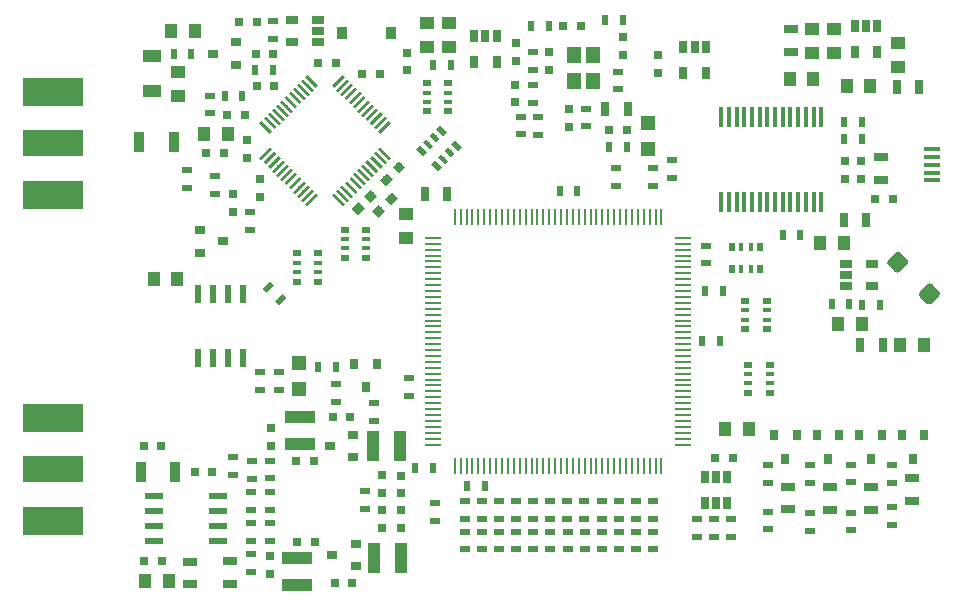
<source format=gbr>
G04 #@! TF.GenerationSoftware,KiCad,Pcbnew,(2018-01-18 revision 08b15a699)-makepkg*
G04 #@! TF.CreationDate,2018-01-23T16:45:18-05:00*
G04 #@! TF.ProjectId,osa103k,6F73613130336B2E6B696361645F7063,rev?*
G04 #@! TF.SameCoordinates,Original*
G04 #@! TF.FileFunction,Paste,Top*
G04 #@! TF.FilePolarity,Positive*
%FSLAX46Y46*%
G04 Gerber Fmt 4.6, Leading zero omitted, Abs format (unit mm)*
G04 Created by KiCad (PCBNEW (2018-01-18 revision 08b15a699)-makepkg) date 01/23/18 16:45:18*
%MOMM*%
%LPD*%
G01*
G04 APERTURE LIST*
%ADD10R,0.500000X0.900000*%
%ADD11C,0.500000*%
%ADD12C,0.100000*%
%ADD13R,0.750000X0.800000*%
%ADD14R,1.150000X1.400000*%
%ADD15R,1.450000X0.250000*%
%ADD16R,0.250000X1.450000*%
%ADD17R,0.600000X1.550000*%
%ADD18R,1.550000X0.600000*%
%ADD19R,1.000000X1.250000*%
%ADD20R,0.800000X0.900000*%
%ADD21R,1.250000X1.000000*%
%ADD22R,1.600000X1.000000*%
%ADD23R,0.800000X0.750000*%
%ADD24R,0.850000X1.000000*%
%ADD25C,0.750000*%
%ADD26R,0.900000X0.800000*%
%ADD27R,1.200000X1.200000*%
%ADD28R,5.080000X2.420000*%
%ADD29R,5.080000X2.290000*%
%ADD30R,1.350000X0.400000*%
%ADD31R,2.540000X1.021080*%
%ADD32R,1.021080X2.540000*%
%ADD33R,0.700000X1.300000*%
%ADD34R,1.300000X0.700000*%
%ADD35C,1.400000*%
%ADD36R,0.900000X1.700000*%
%ADD37R,0.900000X0.500000*%
%ADD38R,0.800000X0.500000*%
%ADD39R,0.800000X0.400000*%
%ADD40C,0.400000*%
%ADD41R,0.500000X0.800000*%
%ADD42R,0.400000X0.800000*%
%ADD43C,0.250000*%
%ADD44R,1.060000X0.650000*%
%ADD45R,0.650000X1.060000*%
%ADD46R,0.450000X1.750000*%
G04 APERTURE END LIST*
D10*
X126850000Y-52680000D03*
X125350000Y-52680000D03*
X101270000Y-58500000D03*
X102770000Y-58500000D03*
D11*
X77680330Y-67730330D03*
D12*
G36*
X78175305Y-67588909D02*
X77538909Y-68225305D01*
X77185355Y-67871751D01*
X77821751Y-67235355D01*
X78175305Y-67588909D01*
X78175305Y-67588909D01*
G37*
D11*
X76619670Y-66669670D03*
D12*
G36*
X77114645Y-66528249D02*
X76478249Y-67164645D01*
X76124695Y-66811091D01*
X76761091Y-66174695D01*
X77114645Y-66528249D01*
X77114645Y-66528249D01*
G37*
D13*
X109650000Y-47050000D03*
X109650000Y-48550000D03*
D14*
X102475000Y-49200000D03*
X102475000Y-47000000D03*
X104075000Y-47000000D03*
X104075000Y-49200000D03*
D15*
X90600000Y-80000000D03*
X90600000Y-79500000D03*
X90600000Y-79000000D03*
X90600000Y-78500000D03*
X90600000Y-78000000D03*
X90600000Y-77500000D03*
X90600000Y-77000000D03*
X90600000Y-76500000D03*
X90600000Y-76000000D03*
X90600000Y-75500000D03*
X90600000Y-75000000D03*
X90600000Y-74500000D03*
X90600000Y-74000000D03*
X90600000Y-73500000D03*
X90600000Y-73000000D03*
X90600000Y-72500000D03*
X90600000Y-72000000D03*
X90600000Y-71500000D03*
X90600000Y-71000000D03*
X90600000Y-70500000D03*
X90600000Y-70000000D03*
X90600000Y-69500000D03*
X90600000Y-69000000D03*
X90600000Y-68500000D03*
X90600000Y-68000000D03*
X90600000Y-67500000D03*
X90600000Y-67000000D03*
X90600000Y-66500000D03*
X90600000Y-66000000D03*
X90600000Y-65500000D03*
X90600000Y-65000000D03*
X90600000Y-64500000D03*
X90600000Y-64000000D03*
X90600000Y-63500000D03*
X90600000Y-63000000D03*
X90600000Y-62500000D03*
D16*
X92400000Y-60700000D03*
X92900000Y-60700000D03*
X93400000Y-60700000D03*
X93900000Y-60700000D03*
X94400000Y-60700000D03*
X94900000Y-60700000D03*
X95400000Y-60700000D03*
X95900000Y-60700000D03*
X96400000Y-60700000D03*
X96900000Y-60700000D03*
X97400000Y-60700000D03*
X97900000Y-60700000D03*
X98400000Y-60700000D03*
X98900000Y-60700000D03*
X99400000Y-60700000D03*
X99900000Y-60700000D03*
X100400000Y-60700000D03*
X100900000Y-60700000D03*
X101400000Y-60700000D03*
X101900000Y-60700000D03*
X102400000Y-60700000D03*
X102900000Y-60700000D03*
X103400000Y-60700000D03*
X103900000Y-60700000D03*
X104400000Y-60700000D03*
X104900000Y-60700000D03*
X105400000Y-60700000D03*
X105900000Y-60700000D03*
X106400000Y-60700000D03*
X106900000Y-60700000D03*
X107400000Y-60700000D03*
X107900000Y-60700000D03*
X108400000Y-60700000D03*
X108900000Y-60700000D03*
X109400000Y-60700000D03*
X109900000Y-60700000D03*
D15*
X111700000Y-62500000D03*
X111700000Y-63000000D03*
X111700000Y-63500000D03*
X111700000Y-64000000D03*
X111700000Y-64500000D03*
X111700000Y-65000000D03*
X111700000Y-65500000D03*
X111700000Y-66000000D03*
X111700000Y-66500000D03*
X111700000Y-67000000D03*
X111700000Y-67500000D03*
X111700000Y-68000000D03*
X111700000Y-68500000D03*
X111700000Y-69000000D03*
X111700000Y-69500000D03*
X111700000Y-70000000D03*
X111700000Y-70500000D03*
X111700000Y-71000000D03*
X111700000Y-71500000D03*
X111700000Y-72000000D03*
X111700000Y-72500000D03*
X111700000Y-73000000D03*
X111700000Y-73500000D03*
X111700000Y-74000000D03*
X111700000Y-74500000D03*
X111700000Y-75000000D03*
X111700000Y-75500000D03*
X111700000Y-76000000D03*
X111700000Y-76500000D03*
X111700000Y-77000000D03*
X111700000Y-77500000D03*
X111700000Y-78000000D03*
X111700000Y-78500000D03*
X111700000Y-79000000D03*
X111700000Y-79500000D03*
X111700000Y-80000000D03*
D16*
X109900000Y-81800000D03*
X109400000Y-81800000D03*
X108900000Y-81800000D03*
X108400000Y-81800000D03*
X107900000Y-81800000D03*
X107400000Y-81800000D03*
X106900000Y-81800000D03*
X106400000Y-81800000D03*
X105900000Y-81800000D03*
X105400000Y-81800000D03*
X104900000Y-81800000D03*
X104400000Y-81800000D03*
X103900000Y-81800000D03*
X103400000Y-81800000D03*
X102900000Y-81800000D03*
X102400000Y-81800000D03*
X101900000Y-81800000D03*
X101400000Y-81800000D03*
X100900000Y-81800000D03*
X100400000Y-81800000D03*
X99900000Y-81800000D03*
X99400000Y-81800000D03*
X98900000Y-81800000D03*
X98400000Y-81800000D03*
X97900000Y-81800000D03*
X97400000Y-81800000D03*
X96900000Y-81800000D03*
X96400000Y-81800000D03*
X95900000Y-81800000D03*
X95400000Y-81800000D03*
X94900000Y-81800000D03*
X94400000Y-81800000D03*
X93900000Y-81800000D03*
X93400000Y-81800000D03*
X92900000Y-81800000D03*
X92400000Y-81800000D03*
D17*
X70645000Y-67260000D03*
X71915000Y-67260000D03*
X73185000Y-67260000D03*
X74455000Y-67260000D03*
X74455000Y-72660000D03*
X73185000Y-72660000D03*
X71915000Y-72660000D03*
X70645000Y-72660000D03*
D18*
X66950000Y-88205000D03*
X66950000Y-86935000D03*
X66950000Y-85665000D03*
X66950000Y-84395000D03*
X72350000Y-84395000D03*
X72350000Y-85665000D03*
X72350000Y-86935000D03*
X72350000Y-88205000D03*
D19*
X117300000Y-78670000D03*
X115300000Y-78670000D03*
D20*
X85800000Y-73150000D03*
X83900000Y-73150000D03*
X84850000Y-75150000D03*
D21*
X69000000Y-50500000D03*
X69000000Y-48500000D03*
D22*
X66800000Y-50100000D03*
X66800000Y-47100000D03*
D23*
X72850000Y-55300000D03*
X71350000Y-55300000D03*
D19*
X73190000Y-53720000D03*
X71190000Y-53720000D03*
D23*
X66070000Y-80110000D03*
X67570000Y-80110000D03*
D19*
X66900000Y-65950000D03*
X68900000Y-65950000D03*
D23*
X73125000Y-52100000D03*
X74625000Y-52100000D03*
X75625000Y-49675000D03*
X77125000Y-49675000D03*
X77040000Y-46900000D03*
X75540000Y-46900000D03*
X66100000Y-89850000D03*
X67600000Y-89850000D03*
X71870000Y-82296000D03*
X70370000Y-82296000D03*
D13*
X88325000Y-48325000D03*
X88325000Y-46825000D03*
X73650000Y-60330000D03*
X73650000Y-58830000D03*
D24*
X82815000Y-45190000D03*
X86965000Y-45190000D03*
D23*
X82050000Y-77700000D03*
X83550000Y-77700000D03*
X83740000Y-91740000D03*
X82240000Y-91740000D03*
X80470000Y-81370000D03*
X78970000Y-81370000D03*
X79070000Y-88270000D03*
X80570000Y-88270000D03*
D21*
X88300000Y-62500000D03*
X88300000Y-60500000D03*
D25*
X85969670Y-60230330D03*
D12*
G36*
X85987348Y-59682322D02*
X86517678Y-60212652D01*
X85951992Y-60778338D01*
X85421662Y-60248008D01*
X85987348Y-59682322D01*
X85987348Y-59682322D01*
G37*
D25*
X87030330Y-59169670D03*
D12*
G36*
X87048008Y-58621662D02*
X87578338Y-59151992D01*
X87012652Y-59717678D01*
X86482322Y-59187348D01*
X87048008Y-58621662D01*
X87048008Y-58621662D01*
G37*
D23*
X84560000Y-48590000D03*
X86060000Y-48590000D03*
D13*
X76800000Y-80125000D03*
X76800000Y-78625000D03*
X76740000Y-89430000D03*
X76740000Y-90930000D03*
D23*
X82350000Y-47700000D03*
X80850000Y-47700000D03*
D25*
X84219670Y-60030330D03*
D12*
G36*
X84201992Y-60578338D02*
X83671662Y-60048008D01*
X84237348Y-59482322D01*
X84767678Y-60012652D01*
X84201992Y-60578338D01*
X84201992Y-60578338D01*
G37*
D25*
X85280330Y-58969670D03*
D12*
G36*
X85262652Y-59517678D02*
X84732322Y-58987348D01*
X85298008Y-58421662D01*
X85828338Y-58951992D01*
X85262652Y-59517678D01*
X85262652Y-59517678D01*
G37*
D13*
X74800000Y-55750000D03*
X74800000Y-54250000D03*
D25*
X86619670Y-57580330D03*
D12*
G36*
X86601992Y-58128338D02*
X86071662Y-57598008D01*
X86637348Y-57032322D01*
X87167678Y-57562652D01*
X86601992Y-58128338D01*
X86601992Y-58128338D01*
G37*
D25*
X87680330Y-56519670D03*
D12*
G36*
X87662652Y-57067678D02*
X87132322Y-56537348D01*
X87698008Y-55971662D01*
X88228338Y-56501992D01*
X87662652Y-57067678D01*
X87662652Y-57067678D01*
G37*
D19*
X68400000Y-45000000D03*
X70400000Y-45000000D03*
D13*
X86200000Y-84120000D03*
X86200000Y-82620000D03*
X86210000Y-85550000D03*
X86210000Y-87050000D03*
X75900000Y-59050000D03*
X75900000Y-57550000D03*
X87840000Y-84140000D03*
X87840000Y-82640000D03*
X87840000Y-87050000D03*
X87840000Y-85550000D03*
D21*
X91875000Y-44325000D03*
X91875000Y-46325000D03*
X90075000Y-44325000D03*
X90075000Y-46325000D03*
D13*
X102110000Y-53100000D03*
X102110000Y-51600000D03*
X97610000Y-45990000D03*
X97610000Y-47490000D03*
X100390000Y-46760000D03*
X100390000Y-48260000D03*
D23*
X103080000Y-44550000D03*
X101580000Y-44550000D03*
D13*
X97510000Y-49540000D03*
X97510000Y-51040000D03*
D23*
X107000000Y-53400000D03*
X105500000Y-53400000D03*
D19*
X130100000Y-71570000D03*
X132100000Y-71570000D03*
X127590000Y-49650000D03*
X125590000Y-49650000D03*
D21*
X129930000Y-46000000D03*
X129930000Y-48000000D03*
X122680000Y-44840000D03*
X122680000Y-46840000D03*
D19*
X124870000Y-69770000D03*
X126870000Y-69770000D03*
D21*
X124490000Y-44840000D03*
X124490000Y-46840000D03*
D23*
X114450000Y-81150000D03*
X115950000Y-81150000D03*
D19*
X122760000Y-49010000D03*
X120760000Y-49010000D03*
X125320000Y-62910000D03*
X123320000Y-62910000D03*
D13*
X106670000Y-47000000D03*
X106670000Y-45500000D03*
D19*
X68175000Y-91525000D03*
X66175000Y-91525000D03*
D13*
X125425000Y-56025000D03*
X125425000Y-57525000D03*
X126800000Y-56025000D03*
X126800000Y-57525000D03*
D23*
X129480000Y-59220000D03*
X127980000Y-59220000D03*
D26*
X71900000Y-46900000D03*
X73900000Y-45950000D03*
X73900000Y-47850000D03*
X72800000Y-62800000D03*
X70800000Y-63750000D03*
X70800000Y-61850000D03*
D27*
X108790000Y-54970000D03*
X108790000Y-52770000D03*
X79190000Y-73060000D03*
X79190000Y-75260000D03*
D20*
X131200000Y-81200000D03*
X130250000Y-79200000D03*
X132150000Y-79200000D03*
X128550000Y-79200000D03*
X126650000Y-79200000D03*
X127600000Y-81200000D03*
X124000000Y-81200000D03*
X123050000Y-79200000D03*
X124950000Y-79200000D03*
X120400000Y-81200000D03*
X119450000Y-79200000D03*
X121350000Y-79200000D03*
D28*
X58380000Y-58880000D03*
X58380000Y-50120000D03*
D29*
X58380000Y-54500000D03*
X58380000Y-82100000D03*
D28*
X58380000Y-77720000D03*
X58380000Y-86480000D03*
D30*
X132790000Y-55020000D03*
X132790000Y-55670000D03*
X132790000Y-56320000D03*
X132790000Y-56970000D03*
X132790000Y-57620000D03*
D31*
X79300000Y-79945540D03*
X79300000Y-77654460D03*
X79010000Y-89564460D03*
X79010000Y-91855540D03*
D32*
X87745540Y-80150000D03*
X85454460Y-80150000D03*
X85554460Y-89600000D03*
X87845540Y-89600000D03*
D33*
X91750000Y-58800000D03*
X89850000Y-58800000D03*
X105150000Y-51600000D03*
X107050000Y-51600000D03*
D34*
X73350000Y-91800000D03*
X73350000Y-89900000D03*
D33*
X129830000Y-49720000D03*
X131730000Y-49720000D03*
X128640000Y-71590000D03*
X126740000Y-71590000D03*
D12*
G36*
X132663164Y-66364858D02*
X132697140Y-66369898D01*
X132730458Y-66378244D01*
X132762797Y-66389815D01*
X132793847Y-66404501D01*
X132823308Y-66422159D01*
X132850896Y-66442619D01*
X132876345Y-66465686D01*
X133371320Y-66960661D01*
X133394387Y-66986110D01*
X133414847Y-67013698D01*
X133432505Y-67043159D01*
X133447191Y-67074209D01*
X133458762Y-67106548D01*
X133467108Y-67139866D01*
X133472148Y-67173842D01*
X133473833Y-67208148D01*
X133472148Y-67242454D01*
X133467108Y-67276430D01*
X133458762Y-67309748D01*
X133447191Y-67342087D01*
X133432505Y-67373137D01*
X133414847Y-67402598D01*
X133394387Y-67430186D01*
X133371320Y-67455635D01*
X132805635Y-68021320D01*
X132780186Y-68044387D01*
X132752598Y-68064847D01*
X132723137Y-68082505D01*
X132692087Y-68097191D01*
X132659748Y-68108762D01*
X132626430Y-68117108D01*
X132592454Y-68122148D01*
X132558148Y-68123833D01*
X132523842Y-68122148D01*
X132489866Y-68117108D01*
X132456548Y-68108762D01*
X132424209Y-68097191D01*
X132393159Y-68082505D01*
X132363698Y-68064847D01*
X132336110Y-68044387D01*
X132310661Y-68021320D01*
X131815686Y-67526345D01*
X131792619Y-67500896D01*
X131772159Y-67473308D01*
X131754501Y-67443847D01*
X131739815Y-67412797D01*
X131728244Y-67380458D01*
X131719898Y-67347140D01*
X131714858Y-67313164D01*
X131713173Y-67278858D01*
X131714858Y-67244552D01*
X131719898Y-67210576D01*
X131728244Y-67177258D01*
X131739815Y-67144919D01*
X131754501Y-67113869D01*
X131772159Y-67084408D01*
X131792619Y-67056820D01*
X131815686Y-67031371D01*
X132381371Y-66465686D01*
X132406820Y-66442619D01*
X132434408Y-66422159D01*
X132463869Y-66404501D01*
X132494919Y-66389815D01*
X132527258Y-66378244D01*
X132560576Y-66369898D01*
X132594552Y-66364858D01*
X132628858Y-66363173D01*
X132663164Y-66364858D01*
X132663164Y-66364858D01*
G37*
D35*
X132593503Y-67243503D03*
D12*
G36*
X129976158Y-63677852D02*
X130010134Y-63682892D01*
X130043452Y-63691238D01*
X130075791Y-63702809D01*
X130106841Y-63717495D01*
X130136302Y-63735153D01*
X130163890Y-63755613D01*
X130189339Y-63778680D01*
X130684314Y-64273655D01*
X130707381Y-64299104D01*
X130727841Y-64326692D01*
X130745499Y-64356153D01*
X130760185Y-64387203D01*
X130771756Y-64419542D01*
X130780102Y-64452860D01*
X130785142Y-64486836D01*
X130786827Y-64521142D01*
X130785142Y-64555448D01*
X130780102Y-64589424D01*
X130771756Y-64622742D01*
X130760185Y-64655081D01*
X130745499Y-64686131D01*
X130727841Y-64715592D01*
X130707381Y-64743180D01*
X130684314Y-64768629D01*
X130118629Y-65334314D01*
X130093180Y-65357381D01*
X130065592Y-65377841D01*
X130036131Y-65395499D01*
X130005081Y-65410185D01*
X129972742Y-65421756D01*
X129939424Y-65430102D01*
X129905448Y-65435142D01*
X129871142Y-65436827D01*
X129836836Y-65435142D01*
X129802860Y-65430102D01*
X129769542Y-65421756D01*
X129737203Y-65410185D01*
X129706153Y-65395499D01*
X129676692Y-65377841D01*
X129649104Y-65357381D01*
X129623655Y-65334314D01*
X129128680Y-64839339D01*
X129105613Y-64813890D01*
X129085153Y-64786302D01*
X129067495Y-64756841D01*
X129052809Y-64725791D01*
X129041238Y-64693452D01*
X129032892Y-64660134D01*
X129027852Y-64626158D01*
X129026167Y-64591852D01*
X129027852Y-64557546D01*
X129032892Y-64523570D01*
X129041238Y-64490252D01*
X129052809Y-64457913D01*
X129067495Y-64426863D01*
X129085153Y-64397402D01*
X129105613Y-64369814D01*
X129128680Y-64344365D01*
X129694365Y-63778680D01*
X129719814Y-63755613D01*
X129747402Y-63735153D01*
X129776863Y-63717495D01*
X129807913Y-63702809D01*
X129840252Y-63691238D01*
X129873570Y-63682892D01*
X129907546Y-63677852D01*
X129941852Y-63676167D01*
X129976158Y-63677852D01*
X129976158Y-63677852D01*
G37*
D35*
X129906497Y-64556497D03*
D34*
X120870000Y-46750000D03*
X120870000Y-44850000D03*
D33*
X125330000Y-60960000D03*
X127230000Y-60960000D03*
D34*
X69950000Y-91825000D03*
X69950000Y-89925000D03*
X128500000Y-55690000D03*
X128500000Y-57590000D03*
D26*
X83820000Y-81080000D03*
X83820000Y-79180000D03*
X81820000Y-80130000D03*
X84010000Y-90290000D03*
X84010000Y-88390000D03*
X82010000Y-89340000D03*
D36*
X65700000Y-54400000D03*
X68600000Y-54400000D03*
D37*
X69700000Y-58250000D03*
X69700000Y-56750000D03*
D10*
X70100000Y-46900000D03*
X68600000Y-46900000D03*
D36*
X65850000Y-82350000D03*
X68750000Y-82350000D03*
D37*
X71675000Y-51950000D03*
X71675000Y-50450000D03*
D10*
X74425000Y-50500000D03*
X72925000Y-50500000D03*
D37*
X72100000Y-57250000D03*
X72100000Y-58750000D03*
D10*
X75525000Y-48300000D03*
X77025000Y-48300000D03*
D37*
X75150000Y-85525000D03*
X75150000Y-84025000D03*
X75150000Y-89300000D03*
X75150000Y-90800000D03*
D10*
X90550000Y-47875000D03*
X92050000Y-47875000D03*
D37*
X75100000Y-60300000D03*
X75100000Y-61800000D03*
X73590000Y-82590000D03*
X73590000Y-81090000D03*
X75250000Y-81380000D03*
X75250000Y-82880000D03*
X76760000Y-85510000D03*
X76760000Y-84010000D03*
X75150000Y-86650000D03*
X75150000Y-88150000D03*
X84810000Y-83940000D03*
X84810000Y-85440000D03*
X82350000Y-74900000D03*
X82350000Y-76400000D03*
X85550000Y-78000000D03*
X85550000Y-76500000D03*
X75950000Y-73900000D03*
X75950000Y-75400000D03*
X76775000Y-82875000D03*
X76775000Y-81375000D03*
X76760000Y-88140000D03*
X76760000Y-86640000D03*
X77020000Y-44140000D03*
X77020000Y-45640000D03*
D23*
X74150000Y-44200000D03*
X75650000Y-44200000D03*
D10*
X94950000Y-83530000D03*
X93450000Y-83530000D03*
D37*
X90720000Y-84980000D03*
X90720000Y-86480000D03*
D10*
X89070000Y-81970000D03*
X90570000Y-81970000D03*
D37*
X109175000Y-87375000D03*
X109175000Y-88875000D03*
X107725000Y-88875000D03*
X107725000Y-87375000D03*
X106300000Y-87375000D03*
X106300000Y-88875000D03*
X104850000Y-87375000D03*
X104850000Y-88875000D03*
X103400000Y-88875000D03*
X103400000Y-87375000D03*
X101950000Y-87375000D03*
X101950000Y-88875000D03*
X100500000Y-88875000D03*
X100500000Y-87375000D03*
X99050000Y-87375000D03*
X99050000Y-88875000D03*
X97600000Y-88875000D03*
X97600000Y-87375000D03*
X96150000Y-87375000D03*
X96150000Y-88875000D03*
X94700000Y-88875000D03*
X94700000Y-87375000D03*
X93250000Y-88875000D03*
X93250000Y-87375000D03*
X106030000Y-56620000D03*
X106030000Y-58120000D03*
X109175000Y-84775000D03*
X109175000Y-86275000D03*
X107725000Y-86275000D03*
X107725000Y-84775000D03*
X106275000Y-86275000D03*
X106275000Y-84775000D03*
X104825000Y-86275000D03*
X104825000Y-84775000D03*
X103375000Y-84775000D03*
X103375000Y-86275000D03*
X101925000Y-84775000D03*
X101925000Y-86275000D03*
X100475000Y-84775000D03*
X100475000Y-86275000D03*
X99025000Y-84775000D03*
X99025000Y-86275000D03*
X97575000Y-86275000D03*
X97575000Y-84775000D03*
X96125000Y-86275000D03*
X96125000Y-84775000D03*
X94675000Y-86275000D03*
X94675000Y-84775000D03*
X93250000Y-84775000D03*
X93250000Y-86275000D03*
X103540000Y-53050000D03*
X103540000Y-51550000D03*
D10*
X82350000Y-73450000D03*
X80850000Y-73450000D03*
X106650000Y-44040000D03*
X105150000Y-44040000D03*
D37*
X88500000Y-75850000D03*
X88500000Y-74350000D03*
D10*
X100360000Y-44580000D03*
X98860000Y-44580000D03*
D37*
X99010000Y-48260000D03*
X99010000Y-46760000D03*
X99030000Y-49580000D03*
X99030000Y-51080000D03*
X99490000Y-53770000D03*
X99490000Y-52270000D03*
X98020000Y-53750000D03*
X98020000Y-52250000D03*
X109210000Y-58120000D03*
X109210000Y-56620000D03*
X106230000Y-49920000D03*
X106230000Y-48420000D03*
D10*
X106950000Y-54800000D03*
X105450000Y-54800000D03*
D37*
X110830000Y-55900000D03*
X110830000Y-57400000D03*
X77500000Y-75400000D03*
X77500000Y-73900000D03*
X113660000Y-63150000D03*
X113660000Y-64650000D03*
D10*
X128400000Y-68180000D03*
X126900000Y-68180000D03*
X124320000Y-68140000D03*
X125820000Y-68140000D03*
D37*
X115775000Y-86325000D03*
X115775000Y-87825000D03*
X112875000Y-86325000D03*
X112875000Y-87825000D03*
X114325000Y-87825000D03*
X114325000Y-86325000D03*
D10*
X121670000Y-62260000D03*
X120170000Y-62260000D03*
X113575000Y-67025000D03*
X115075000Y-67025000D03*
X113340000Y-71260000D03*
X114840000Y-71260000D03*
X125350000Y-54160000D03*
X126850000Y-54160000D03*
D37*
X129420000Y-81730000D03*
X129420000Y-83230000D03*
X125920000Y-81700000D03*
X125920000Y-83200000D03*
X122450000Y-81725000D03*
X122450000Y-83225000D03*
X118900000Y-81725000D03*
X118900000Y-83225000D03*
D34*
X131110000Y-84750000D03*
X131110000Y-82850000D03*
X127600000Y-83610000D03*
X127600000Y-85510000D03*
X124140000Y-85520000D03*
X124140000Y-83620000D03*
X120600000Y-83600000D03*
X120600000Y-85500000D03*
D37*
X129410000Y-86830000D03*
X129410000Y-85330000D03*
X125950000Y-87260000D03*
X125950000Y-85760000D03*
X122490000Y-85780000D03*
X122490000Y-87280000D03*
X118925000Y-87175000D03*
X118925000Y-85675000D03*
D38*
X91850000Y-51800000D03*
D39*
X91850000Y-51000000D03*
D38*
X91850000Y-49400000D03*
D39*
X91850000Y-50200000D03*
D38*
X90050000Y-51800000D03*
D39*
X90050000Y-50200000D03*
X90050000Y-51000000D03*
D38*
X90050000Y-49400000D03*
X79050000Y-63800000D03*
D39*
X79050000Y-65400000D03*
X79050000Y-64600000D03*
D38*
X79050000Y-66200000D03*
D39*
X80850000Y-64600000D03*
D38*
X80850000Y-63800000D03*
D39*
X80850000Y-65400000D03*
D38*
X80850000Y-66200000D03*
D11*
X90837868Y-56384924D03*
D12*
G36*
X90378249Y-56278858D02*
X90731802Y-55925305D01*
X91297487Y-56490990D01*
X90943934Y-56844543D01*
X90378249Y-56278858D01*
X90378249Y-56278858D01*
G37*
D40*
X91403553Y-55819239D03*
D12*
G36*
X90979289Y-55677818D02*
X91262132Y-55394975D01*
X91827817Y-55960660D01*
X91544974Y-56243503D01*
X90979289Y-55677818D01*
X90979289Y-55677818D01*
G37*
D11*
X92534924Y-54687868D03*
D12*
G36*
X92075305Y-54581802D02*
X92428858Y-54228249D01*
X92994543Y-54793934D01*
X92640990Y-55147487D01*
X92075305Y-54581802D01*
X92075305Y-54581802D01*
G37*
D40*
X91969239Y-55253553D03*
D12*
G36*
X91544975Y-55112132D02*
X91827818Y-54829289D01*
X92393503Y-55394974D01*
X92110660Y-55677817D01*
X91544975Y-55112132D01*
X91544975Y-55112132D01*
G37*
D11*
X89565076Y-55112132D03*
D12*
G36*
X89105457Y-55006066D02*
X89459010Y-54652513D01*
X90024695Y-55218198D01*
X89671142Y-55571751D01*
X89105457Y-55006066D01*
X89105457Y-55006066D01*
G37*
D40*
X90696447Y-53980761D03*
D12*
G36*
X90272183Y-53839340D02*
X90555026Y-53556497D01*
X91120711Y-54122182D01*
X90837868Y-54405025D01*
X90272183Y-53839340D01*
X90272183Y-53839340D01*
G37*
D40*
X90130761Y-54546447D03*
D12*
G36*
X89706497Y-54405026D02*
X89989340Y-54122183D01*
X90555025Y-54687868D01*
X90272182Y-54970711D01*
X89706497Y-54405026D01*
X89706497Y-54405026D01*
G37*
D11*
X91262132Y-53415076D03*
D12*
G36*
X90802513Y-53309010D02*
X91156066Y-52955457D01*
X91721751Y-53521142D01*
X91368198Y-53874695D01*
X90802513Y-53309010D01*
X90802513Y-53309010D01*
G37*
D38*
X84900000Y-64200000D03*
D39*
X84900000Y-63400000D03*
D38*
X84900000Y-61800000D03*
D39*
X84900000Y-62600000D03*
D38*
X83100000Y-64200000D03*
D39*
X83100000Y-62600000D03*
X83100000Y-63400000D03*
D38*
X83100000Y-61800000D03*
D41*
X115875000Y-65100000D03*
D42*
X116675000Y-65100000D03*
D41*
X118275000Y-65100000D03*
D42*
X117475000Y-65100000D03*
D41*
X115875000Y-63300000D03*
D42*
X117475000Y-63300000D03*
X116675000Y-63300000D03*
D41*
X118275000Y-63300000D03*
D38*
X118800000Y-70250000D03*
D39*
X118800000Y-68650000D03*
X118800000Y-69450000D03*
D38*
X118800000Y-67850000D03*
D39*
X117000000Y-69450000D03*
D38*
X117000000Y-70250000D03*
D39*
X117000000Y-68650000D03*
D38*
X117000000Y-67850000D03*
X119050000Y-75625000D03*
D39*
X119050000Y-74025000D03*
X119050000Y-74825000D03*
D38*
X119050000Y-73225000D03*
D39*
X117250000Y-74825000D03*
D38*
X117250000Y-75625000D03*
D39*
X117250000Y-74025000D03*
D38*
X117250000Y-73225000D03*
D43*
X82556371Y-49229542D03*
D12*
G36*
X82185140Y-49777550D02*
X82008363Y-49600773D01*
X82927602Y-48681534D01*
X83104379Y-48858311D01*
X82185140Y-49777550D01*
X82185140Y-49777550D01*
G37*
D43*
X82909924Y-49583095D03*
D12*
G36*
X82538693Y-50131103D02*
X82361916Y-49954326D01*
X83281155Y-49035087D01*
X83457932Y-49211864D01*
X82538693Y-50131103D01*
X82538693Y-50131103D01*
G37*
D43*
X83263478Y-49936649D03*
D12*
G36*
X82892247Y-50484657D02*
X82715470Y-50307880D01*
X83634709Y-49388641D01*
X83811486Y-49565418D01*
X82892247Y-50484657D01*
X82892247Y-50484657D01*
G37*
D43*
X83617031Y-50290202D03*
D12*
G36*
X83245800Y-50838210D02*
X83069023Y-50661433D01*
X83988262Y-49742194D01*
X84165039Y-49918971D01*
X83245800Y-50838210D01*
X83245800Y-50838210D01*
G37*
D43*
X83970584Y-50643755D03*
D12*
G36*
X83599353Y-51191763D02*
X83422576Y-51014986D01*
X84341815Y-50095747D01*
X84518592Y-50272524D01*
X83599353Y-51191763D01*
X83599353Y-51191763D01*
G37*
D43*
X84324138Y-50997309D03*
D12*
G36*
X83952907Y-51545317D02*
X83776130Y-51368540D01*
X84695369Y-50449301D01*
X84872146Y-50626078D01*
X83952907Y-51545317D01*
X83952907Y-51545317D01*
G37*
D43*
X84677691Y-51350862D03*
D12*
G36*
X84306460Y-51898870D02*
X84129683Y-51722093D01*
X85048922Y-50802854D01*
X85225699Y-50979631D01*
X84306460Y-51898870D01*
X84306460Y-51898870D01*
G37*
D43*
X85031245Y-51704416D03*
D12*
G36*
X84660014Y-52252424D02*
X84483237Y-52075647D01*
X85402476Y-51156408D01*
X85579253Y-51333185D01*
X84660014Y-52252424D01*
X84660014Y-52252424D01*
G37*
D43*
X85384798Y-52057969D03*
D12*
G36*
X85013567Y-52605977D02*
X84836790Y-52429200D01*
X85756029Y-51509961D01*
X85932806Y-51686738D01*
X85013567Y-52605977D01*
X85013567Y-52605977D01*
G37*
D43*
X85738351Y-52411522D03*
D12*
G36*
X85367120Y-52959530D02*
X85190343Y-52782753D01*
X86109582Y-51863514D01*
X86286359Y-52040291D01*
X85367120Y-52959530D01*
X85367120Y-52959530D01*
G37*
D43*
X86091905Y-52765076D03*
D12*
G36*
X85720674Y-53313084D02*
X85543897Y-53136307D01*
X86463136Y-52217068D01*
X86639913Y-52393845D01*
X85720674Y-53313084D01*
X85720674Y-53313084D01*
G37*
D43*
X86445458Y-53118629D03*
D12*
G36*
X86074227Y-53666637D02*
X85897450Y-53489860D01*
X86816689Y-52570621D01*
X86993466Y-52747398D01*
X86074227Y-53666637D01*
X86074227Y-53666637D01*
G37*
D43*
X86445458Y-55381371D03*
D12*
G36*
X85897450Y-55010140D02*
X86074227Y-54833363D01*
X86993466Y-55752602D01*
X86816689Y-55929379D01*
X85897450Y-55010140D01*
X85897450Y-55010140D01*
G37*
D43*
X86091905Y-55734924D03*
D12*
G36*
X85543897Y-55363693D02*
X85720674Y-55186916D01*
X86639913Y-56106155D01*
X86463136Y-56282932D01*
X85543897Y-55363693D01*
X85543897Y-55363693D01*
G37*
D43*
X85738351Y-56088478D03*
D12*
G36*
X85190343Y-55717247D02*
X85367120Y-55540470D01*
X86286359Y-56459709D01*
X86109582Y-56636486D01*
X85190343Y-55717247D01*
X85190343Y-55717247D01*
G37*
D43*
X85384798Y-56442031D03*
D12*
G36*
X84836790Y-56070800D02*
X85013567Y-55894023D01*
X85932806Y-56813262D01*
X85756029Y-56990039D01*
X84836790Y-56070800D01*
X84836790Y-56070800D01*
G37*
D43*
X85031245Y-56795584D03*
D12*
G36*
X84483237Y-56424353D02*
X84660014Y-56247576D01*
X85579253Y-57166815D01*
X85402476Y-57343592D01*
X84483237Y-56424353D01*
X84483237Y-56424353D01*
G37*
D43*
X84677691Y-57149138D03*
D12*
G36*
X84129683Y-56777907D02*
X84306460Y-56601130D01*
X85225699Y-57520369D01*
X85048922Y-57697146D01*
X84129683Y-56777907D01*
X84129683Y-56777907D01*
G37*
D43*
X84324138Y-57502691D03*
D12*
G36*
X83776130Y-57131460D02*
X83952907Y-56954683D01*
X84872146Y-57873922D01*
X84695369Y-58050699D01*
X83776130Y-57131460D01*
X83776130Y-57131460D01*
G37*
D43*
X83970584Y-57856245D03*
D12*
G36*
X83422576Y-57485014D02*
X83599353Y-57308237D01*
X84518592Y-58227476D01*
X84341815Y-58404253D01*
X83422576Y-57485014D01*
X83422576Y-57485014D01*
G37*
D43*
X83617031Y-58209798D03*
D12*
G36*
X83069023Y-57838567D02*
X83245800Y-57661790D01*
X84165039Y-58581029D01*
X83988262Y-58757806D01*
X83069023Y-57838567D01*
X83069023Y-57838567D01*
G37*
D43*
X83263478Y-58563351D03*
D12*
G36*
X82715470Y-58192120D02*
X82892247Y-58015343D01*
X83811486Y-58934582D01*
X83634709Y-59111359D01*
X82715470Y-58192120D01*
X82715470Y-58192120D01*
G37*
D43*
X82909924Y-58916905D03*
D12*
G36*
X82361916Y-58545674D02*
X82538693Y-58368897D01*
X83457932Y-59288136D01*
X83281155Y-59464913D01*
X82361916Y-58545674D01*
X82361916Y-58545674D01*
G37*
D43*
X82556371Y-59270458D03*
D12*
G36*
X82008363Y-58899227D02*
X82185140Y-58722450D01*
X83104379Y-59641689D01*
X82927602Y-59818466D01*
X82008363Y-58899227D01*
X82008363Y-58899227D01*
G37*
D43*
X80293629Y-59270458D03*
D12*
G36*
X79922398Y-59818466D02*
X79745621Y-59641689D01*
X80664860Y-58722450D01*
X80841637Y-58899227D01*
X79922398Y-59818466D01*
X79922398Y-59818466D01*
G37*
D43*
X79940076Y-58916905D03*
D12*
G36*
X79568845Y-59464913D02*
X79392068Y-59288136D01*
X80311307Y-58368897D01*
X80488084Y-58545674D01*
X79568845Y-59464913D01*
X79568845Y-59464913D01*
G37*
D43*
X79586522Y-58563351D03*
D12*
G36*
X79215291Y-59111359D02*
X79038514Y-58934582D01*
X79957753Y-58015343D01*
X80134530Y-58192120D01*
X79215291Y-59111359D01*
X79215291Y-59111359D01*
G37*
D43*
X79232969Y-58209798D03*
D12*
G36*
X78861738Y-58757806D02*
X78684961Y-58581029D01*
X79604200Y-57661790D01*
X79780977Y-57838567D01*
X78861738Y-58757806D01*
X78861738Y-58757806D01*
G37*
D43*
X78879416Y-57856245D03*
D12*
G36*
X78508185Y-58404253D02*
X78331408Y-58227476D01*
X79250647Y-57308237D01*
X79427424Y-57485014D01*
X78508185Y-58404253D01*
X78508185Y-58404253D01*
G37*
D43*
X78525862Y-57502691D03*
D12*
G36*
X78154631Y-58050699D02*
X77977854Y-57873922D01*
X78897093Y-56954683D01*
X79073870Y-57131460D01*
X78154631Y-58050699D01*
X78154631Y-58050699D01*
G37*
D43*
X78172309Y-57149138D03*
D12*
G36*
X77801078Y-57697146D02*
X77624301Y-57520369D01*
X78543540Y-56601130D01*
X78720317Y-56777907D01*
X77801078Y-57697146D01*
X77801078Y-57697146D01*
G37*
D43*
X77818755Y-56795584D03*
D12*
G36*
X77447524Y-57343592D02*
X77270747Y-57166815D01*
X78189986Y-56247576D01*
X78366763Y-56424353D01*
X77447524Y-57343592D01*
X77447524Y-57343592D01*
G37*
D43*
X77465202Y-56442031D03*
D12*
G36*
X77093971Y-56990039D02*
X76917194Y-56813262D01*
X77836433Y-55894023D01*
X78013210Y-56070800D01*
X77093971Y-56990039D01*
X77093971Y-56990039D01*
G37*
D43*
X77111649Y-56088478D03*
D12*
G36*
X76740418Y-56636486D02*
X76563641Y-56459709D01*
X77482880Y-55540470D01*
X77659657Y-55717247D01*
X76740418Y-56636486D01*
X76740418Y-56636486D01*
G37*
D43*
X76758095Y-55734924D03*
D12*
G36*
X76386864Y-56282932D02*
X76210087Y-56106155D01*
X77129326Y-55186916D01*
X77306103Y-55363693D01*
X76386864Y-56282932D01*
X76386864Y-56282932D01*
G37*
D43*
X76404542Y-55381371D03*
D12*
G36*
X76033311Y-55929379D02*
X75856534Y-55752602D01*
X76775773Y-54833363D01*
X76952550Y-55010140D01*
X76033311Y-55929379D01*
X76033311Y-55929379D01*
G37*
D43*
X76404542Y-53118629D03*
D12*
G36*
X75856534Y-52747398D02*
X76033311Y-52570621D01*
X76952550Y-53489860D01*
X76775773Y-53666637D01*
X75856534Y-52747398D01*
X75856534Y-52747398D01*
G37*
D43*
X76758095Y-52765076D03*
D12*
G36*
X76210087Y-52393845D02*
X76386864Y-52217068D01*
X77306103Y-53136307D01*
X77129326Y-53313084D01*
X76210087Y-52393845D01*
X76210087Y-52393845D01*
G37*
D43*
X77111649Y-52411522D03*
D12*
G36*
X76563641Y-52040291D02*
X76740418Y-51863514D01*
X77659657Y-52782753D01*
X77482880Y-52959530D01*
X76563641Y-52040291D01*
X76563641Y-52040291D01*
G37*
D43*
X77465202Y-52057969D03*
D12*
G36*
X76917194Y-51686738D02*
X77093971Y-51509961D01*
X78013210Y-52429200D01*
X77836433Y-52605977D01*
X76917194Y-51686738D01*
X76917194Y-51686738D01*
G37*
D43*
X77818755Y-51704416D03*
D12*
G36*
X77270747Y-51333185D02*
X77447524Y-51156408D01*
X78366763Y-52075647D01*
X78189986Y-52252424D01*
X77270747Y-51333185D01*
X77270747Y-51333185D01*
G37*
D43*
X78172309Y-51350862D03*
D12*
G36*
X77624301Y-50979631D02*
X77801078Y-50802854D01*
X78720317Y-51722093D01*
X78543540Y-51898870D01*
X77624301Y-50979631D01*
X77624301Y-50979631D01*
G37*
D43*
X78525862Y-50997309D03*
D12*
G36*
X77977854Y-50626078D02*
X78154631Y-50449301D01*
X79073870Y-51368540D01*
X78897093Y-51545317D01*
X77977854Y-50626078D01*
X77977854Y-50626078D01*
G37*
D43*
X78879416Y-50643755D03*
D12*
G36*
X78331408Y-50272524D02*
X78508185Y-50095747D01*
X79427424Y-51014986D01*
X79250647Y-51191763D01*
X78331408Y-50272524D01*
X78331408Y-50272524D01*
G37*
D43*
X79232969Y-50290202D03*
D12*
G36*
X78684961Y-49918971D02*
X78861738Y-49742194D01*
X79780977Y-50661433D01*
X79604200Y-50838210D01*
X78684961Y-49918971D01*
X78684961Y-49918971D01*
G37*
D43*
X79586522Y-49936649D03*
D12*
G36*
X79038514Y-49565418D02*
X79215291Y-49388641D01*
X80134530Y-50307880D01*
X79957753Y-50484657D01*
X79038514Y-49565418D01*
X79038514Y-49565418D01*
G37*
D43*
X79940076Y-49583095D03*
D12*
G36*
X79392068Y-49211864D02*
X79568845Y-49035087D01*
X80488084Y-49954326D01*
X80311307Y-50131103D01*
X79392068Y-49211864D01*
X79392068Y-49211864D01*
G37*
D43*
X80293629Y-49229542D03*
D12*
G36*
X79745621Y-48858311D02*
X79922398Y-48681534D01*
X80841637Y-49600773D01*
X80664860Y-49777550D01*
X79745621Y-48858311D01*
X79745621Y-48858311D01*
G37*
D44*
X80790000Y-45920000D03*
X80790000Y-44970000D03*
X80790000Y-44020000D03*
X78590000Y-44020000D03*
X78590000Y-45920000D03*
D45*
X95950000Y-47600000D03*
X94050000Y-47600000D03*
X94050000Y-45400000D03*
X95000000Y-45400000D03*
X95950000Y-45400000D03*
X114500000Y-84950000D03*
X115450000Y-84950000D03*
X113550000Y-84950000D03*
X113550000Y-82750000D03*
X114500000Y-82750000D03*
X115450000Y-82750000D03*
X128150000Y-46800000D03*
X126250000Y-46800000D03*
X126250000Y-44600000D03*
X127200000Y-44600000D03*
X128150000Y-44600000D03*
D44*
X127700000Y-64680000D03*
X127700000Y-66580000D03*
X125500000Y-66580000D03*
X125500000Y-65630000D03*
X125500000Y-64680000D03*
D45*
X113650000Y-46350000D03*
X112700000Y-46350000D03*
X111750000Y-46350000D03*
X111750000Y-48550000D03*
X113650000Y-48550000D03*
D46*
X114975000Y-52300000D03*
X115625000Y-52300000D03*
X116275000Y-52300000D03*
X116925000Y-52300000D03*
X117575000Y-52300000D03*
X118225000Y-52300000D03*
X118875000Y-52300000D03*
X119525000Y-52300000D03*
X120175000Y-52300000D03*
X120825000Y-52300000D03*
X121475000Y-52300000D03*
X122125000Y-52300000D03*
X122775000Y-52300000D03*
X123425000Y-52300000D03*
X123425000Y-59500000D03*
X122775000Y-59500000D03*
X122125000Y-59500000D03*
X121475000Y-59500000D03*
X120825000Y-59500000D03*
X120175000Y-59500000D03*
X119525000Y-59500000D03*
X118875000Y-59500000D03*
X118225000Y-59500000D03*
X117575000Y-59500000D03*
X116925000Y-59500000D03*
X116275000Y-59500000D03*
X115625000Y-59500000D03*
X114975000Y-59500000D03*
M02*

</source>
